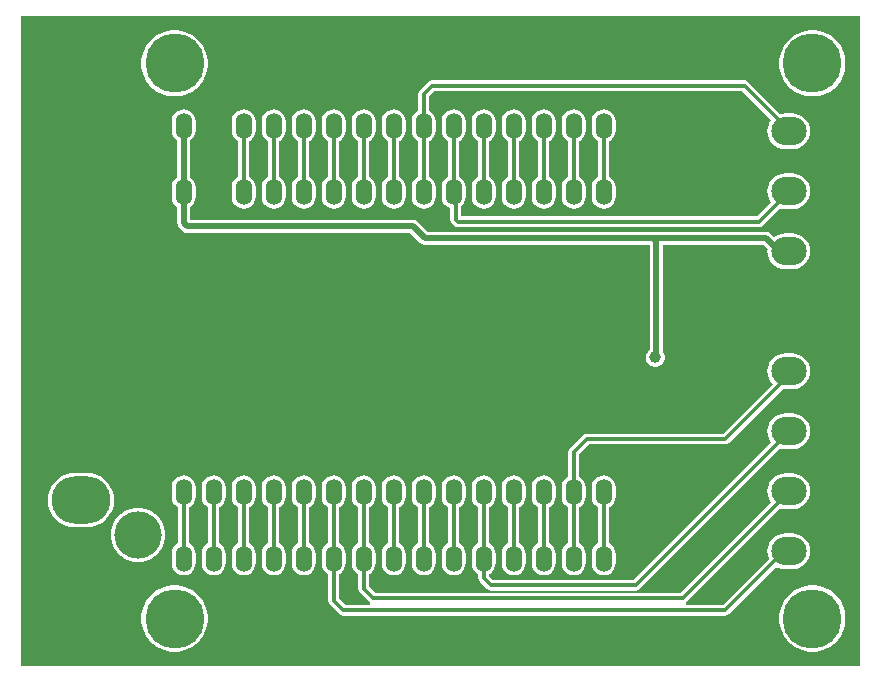
<source format=gbr>
%TF.GenerationSoftware,Altium Limited,Altium Designer,23.4.1 (23)*%
G04 Layer_Physical_Order=2*
G04 Layer_Color=16711680*
%FSLAX45Y45*%
%MOMM*%
%TF.SameCoordinates,EC373B95-F81A-4979-A11E-F0651E9AEA0C*%
%TF.FilePolarity,Positive*%
%TF.FileFunction,Copper,L2,Bot,Signal*%
%TF.Part,Single*%
G01*
G75*
%TA.AperFunction,Conductor*%
%ADD19C,0.50000*%
%TA.AperFunction,ViaPad*%
%ADD21C,5.00000*%
%TA.AperFunction,ComponentPad*%
%ADD23O,5.00000X4.00000*%
%ADD24C,4.00000*%
%TA.AperFunction,ViaPad*%
%ADD25C,1.00000*%
%TA.AperFunction,Conductor*%
%ADD26C,0.30000*%
%TA.AperFunction,ComponentPad*%
%ADD27O,3.00000X2.40000*%
%ADD28O,1.40000X2.20000*%
G36*
X7200000Y100000D02*
X100000D01*
X100000Y5600000D01*
X7200000D01*
Y100000D01*
D02*
G37*
%LPC*%
G36*
X6822036Y5480000D02*
X6777963D01*
X6734433Y5473105D01*
X6692517Y5459486D01*
X6653248Y5439478D01*
X6617592Y5413572D01*
X6586428Y5382408D01*
X6560522Y5346752D01*
X6540514Y5307483D01*
X6526894Y5265567D01*
X6520000Y5222037D01*
Y5177963D01*
X6526894Y5134433D01*
X6540514Y5092517D01*
X6560522Y5053248D01*
X6586428Y5017592D01*
X6617592Y4986428D01*
X6653248Y4960522D01*
X6692517Y4940514D01*
X6734433Y4926895D01*
X6777963Y4920000D01*
X6822036D01*
X6865567Y4926895D01*
X6907483Y4940514D01*
X6946752Y4960522D01*
X6982408Y4986428D01*
X7013572Y5017592D01*
X7039477Y5053248D01*
X7059486Y5092517D01*
X7073105Y5134433D01*
X7080000Y5177963D01*
Y5222037D01*
X7073105Y5265567D01*
X7059486Y5307483D01*
X7039477Y5346752D01*
X7013572Y5382408D01*
X6982408Y5413572D01*
X6946752Y5439478D01*
X6907483Y5459486D01*
X6865567Y5473105D01*
X6822036Y5480000D01*
D02*
G37*
G36*
X1422037D02*
X1377963D01*
X1334433Y5473105D01*
X1292517Y5459486D01*
X1253248Y5439478D01*
X1217592Y5413572D01*
X1186428Y5382408D01*
X1160522Y5346752D01*
X1140514Y5307483D01*
X1126895Y5265567D01*
X1120000Y5222037D01*
Y5177963D01*
X1126895Y5134433D01*
X1140514Y5092517D01*
X1160522Y5053248D01*
X1186428Y5017592D01*
X1217592Y4986428D01*
X1253248Y4960522D01*
X1292517Y4940514D01*
X1334433Y4926895D01*
X1377963Y4920000D01*
X1422037D01*
X1465567Y4926895D01*
X1507483Y4940514D01*
X1546752Y4960522D01*
X1582408Y4986428D01*
X1613572Y5017592D01*
X1639478Y5053248D01*
X1659486Y5092517D01*
X1673105Y5134433D01*
X1680000Y5177963D01*
Y5222037D01*
X1673105Y5265567D01*
X1659486Y5307483D01*
X1639478Y5346752D01*
X1613572Y5382408D01*
X1582408Y5413572D01*
X1546752Y5439478D01*
X1507483Y5459486D01*
X1465567Y5473105D01*
X1422037Y5480000D01*
D02*
G37*
G36*
X6225999Y5055882D02*
X3580000D01*
X3562442Y5052389D01*
X3547557Y5042443D01*
X3477557Y4972443D01*
X3467611Y4957558D01*
X3464118Y4940000D01*
Y4801234D01*
X3459568Y4799350D01*
X3438679Y4783321D01*
X3422650Y4762431D01*
X3412574Y4738105D01*
X3409137Y4712000D01*
Y4632000D01*
X3412574Y4605895D01*
X3422650Y4581569D01*
X3438679Y4560679D01*
X3459568Y4544650D01*
X3464118Y4542766D01*
Y4239235D01*
X3459568Y4237350D01*
X3438679Y4221321D01*
X3422650Y4200432D01*
X3412574Y4176105D01*
X3409137Y4150000D01*
Y4070000D01*
X3412574Y4043895D01*
X3422650Y4019569D01*
X3438679Y3998679D01*
X3459568Y3982650D01*
X3483895Y3972574D01*
X3510000Y3969137D01*
X3536105Y3972574D01*
X3560431Y3982650D01*
X3581320Y3998679D01*
X3597349Y4019569D01*
X3607426Y4043895D01*
X3610862Y4070000D01*
Y4150000D01*
X3607426Y4176105D01*
X3597349Y4200432D01*
X3581320Y4221321D01*
X3560431Y4237350D01*
X3555881Y4239235D01*
Y4542766D01*
X3560431Y4544650D01*
X3581320Y4560679D01*
X3597349Y4581569D01*
X3607426Y4605895D01*
X3610862Y4632000D01*
Y4712000D01*
X3607426Y4738105D01*
X3597349Y4762431D01*
X3581320Y4783321D01*
X3560431Y4799350D01*
X3555881Y4801234D01*
Y4920995D01*
X3599005Y4964119D01*
X6206995D01*
X6452203Y4718910D01*
X6444676Y4709739D01*
X6430748Y4683680D01*
X6422171Y4655405D01*
X6419274Y4626000D01*
X6422171Y4596595D01*
X6430748Y4568320D01*
X6444676Y4542261D01*
X6463421Y4519421D01*
X6486261Y4500676D01*
X6512320Y4486748D01*
X6540595Y4478171D01*
X6570000Y4475275D01*
X6630000D01*
X6659405Y4478171D01*
X6687680Y4486748D01*
X6713739Y4500676D01*
X6736579Y4519421D01*
X6755324Y4542261D01*
X6769252Y4568320D01*
X6777829Y4596595D01*
X6780726Y4626000D01*
X6777829Y4655405D01*
X6769252Y4683680D01*
X6755324Y4709739D01*
X6736579Y4732579D01*
X6713739Y4751324D01*
X6687680Y4765253D01*
X6659405Y4773830D01*
X6630000Y4776726D01*
X6570000D01*
X6540595Y4773830D01*
X6530207Y4770679D01*
X6258443Y5042443D01*
X6243558Y5052389D01*
X6225999Y5055882D01*
D02*
G37*
G36*
X5034000Y4812863D02*
X5007895Y4809426D01*
X4983568Y4799350D01*
X4962679Y4783321D01*
X4946650Y4762431D01*
X4936574Y4738105D01*
X4933137Y4712000D01*
Y4632000D01*
X4936574Y4605895D01*
X4946650Y4581569D01*
X4962679Y4560679D01*
X4983568Y4544650D01*
X4988118Y4542766D01*
Y4239235D01*
X4983568Y4237350D01*
X4962679Y4221321D01*
X4946650Y4200432D01*
X4936574Y4176105D01*
X4933137Y4150000D01*
Y4070000D01*
X4936574Y4043895D01*
X4946650Y4019569D01*
X4962679Y3998679D01*
X4983568Y3982650D01*
X5007895Y3972574D01*
X5034000Y3969137D01*
X5060105Y3972574D01*
X5084431Y3982650D01*
X5105320Y3998679D01*
X5121349Y4019569D01*
X5131426Y4043895D01*
X5134862Y4070000D01*
Y4150000D01*
X5131426Y4176105D01*
X5121349Y4200432D01*
X5105320Y4221321D01*
X5084431Y4237350D01*
X5079881Y4239235D01*
Y4542766D01*
X5084431Y4544650D01*
X5105320Y4560679D01*
X5121349Y4581569D01*
X5131426Y4605895D01*
X5134862Y4632000D01*
Y4712000D01*
X5131426Y4738105D01*
X5121349Y4762431D01*
X5105320Y4783321D01*
X5084431Y4799350D01*
X5060105Y4809426D01*
X5034000Y4812863D01*
D02*
G37*
G36*
X4780000D02*
X4753895Y4809426D01*
X4729568Y4799350D01*
X4708679Y4783321D01*
X4692650Y4762431D01*
X4682574Y4738105D01*
X4679137Y4712000D01*
Y4632000D01*
X4682574Y4605895D01*
X4692650Y4581569D01*
X4708679Y4560679D01*
X4729568Y4544650D01*
X4734118Y4542766D01*
Y4239235D01*
X4729568Y4237350D01*
X4708679Y4221321D01*
X4692650Y4200432D01*
X4682574Y4176105D01*
X4679137Y4150000D01*
Y4070000D01*
X4682574Y4043895D01*
X4692650Y4019569D01*
X4708679Y3998679D01*
X4729568Y3982650D01*
X4753895Y3972574D01*
X4780000Y3969137D01*
X4806105Y3972574D01*
X4830431Y3982650D01*
X4851320Y3998679D01*
X4867349Y4019569D01*
X4877426Y4043895D01*
X4880862Y4070000D01*
Y4150000D01*
X4877426Y4176105D01*
X4867349Y4200432D01*
X4851320Y4221321D01*
X4830431Y4237350D01*
X4825881Y4239235D01*
Y4542766D01*
X4830431Y4544650D01*
X4851320Y4560679D01*
X4867349Y4581569D01*
X4877426Y4605895D01*
X4880862Y4632000D01*
Y4712000D01*
X4877426Y4738105D01*
X4867349Y4762431D01*
X4851320Y4783321D01*
X4830431Y4799350D01*
X4806105Y4809426D01*
X4780000Y4812863D01*
D02*
G37*
G36*
X4526000D02*
X4499895Y4809426D01*
X4475568Y4799350D01*
X4454679Y4783321D01*
X4438650Y4762431D01*
X4428574Y4738105D01*
X4425137Y4712000D01*
Y4632000D01*
X4428574Y4605895D01*
X4438650Y4581569D01*
X4454679Y4560679D01*
X4475568Y4544650D01*
X4480118Y4542766D01*
Y4239235D01*
X4475568Y4237350D01*
X4454679Y4221321D01*
X4438650Y4200432D01*
X4428574Y4176105D01*
X4425137Y4150000D01*
Y4070000D01*
X4428574Y4043895D01*
X4438650Y4019569D01*
X4454679Y3998679D01*
X4475568Y3982650D01*
X4499895Y3972574D01*
X4526000Y3969137D01*
X4552105Y3972574D01*
X4576431Y3982650D01*
X4597320Y3998679D01*
X4613349Y4019569D01*
X4623426Y4043895D01*
X4626862Y4070000D01*
Y4150000D01*
X4623426Y4176105D01*
X4613349Y4200432D01*
X4597320Y4221321D01*
X4576431Y4237350D01*
X4571881Y4239235D01*
Y4542766D01*
X4576431Y4544650D01*
X4597320Y4560679D01*
X4613349Y4581569D01*
X4623426Y4605895D01*
X4626862Y4632000D01*
Y4712000D01*
X4623426Y4738105D01*
X4613349Y4762431D01*
X4597320Y4783321D01*
X4576431Y4799350D01*
X4552105Y4809426D01*
X4526000Y4812863D01*
D02*
G37*
G36*
X4272000D02*
X4245895Y4809426D01*
X4221568Y4799350D01*
X4200679Y4783321D01*
X4184650Y4762431D01*
X4174574Y4738105D01*
X4171137Y4712000D01*
Y4632000D01*
X4174574Y4605895D01*
X4184650Y4581569D01*
X4200679Y4560679D01*
X4221568Y4544650D01*
X4226118Y4542766D01*
Y4239235D01*
X4221568Y4237350D01*
X4200679Y4221321D01*
X4184650Y4200432D01*
X4174574Y4176105D01*
X4171137Y4150000D01*
Y4070000D01*
X4174574Y4043895D01*
X4184650Y4019569D01*
X4200679Y3998679D01*
X4221568Y3982650D01*
X4245895Y3972574D01*
X4272000Y3969137D01*
X4298105Y3972574D01*
X4322431Y3982650D01*
X4343320Y3998679D01*
X4359349Y4019569D01*
X4369426Y4043895D01*
X4372862Y4070000D01*
Y4150000D01*
X4369426Y4176105D01*
X4359349Y4200432D01*
X4343320Y4221321D01*
X4322431Y4237350D01*
X4317881Y4239235D01*
Y4542766D01*
X4322431Y4544650D01*
X4343320Y4560679D01*
X4359349Y4581569D01*
X4369426Y4605895D01*
X4372862Y4632000D01*
Y4712000D01*
X4369426Y4738105D01*
X4359349Y4762431D01*
X4343320Y4783321D01*
X4322431Y4799350D01*
X4298105Y4809426D01*
X4272000Y4812863D01*
D02*
G37*
G36*
X4018000D02*
X3991895Y4809426D01*
X3967568Y4799350D01*
X3946679Y4783321D01*
X3930650Y4762431D01*
X3920574Y4738105D01*
X3917137Y4712000D01*
Y4632000D01*
X3920574Y4605895D01*
X3930650Y4581569D01*
X3946679Y4560679D01*
X3967568Y4544650D01*
X3972118Y4542766D01*
Y4239235D01*
X3967568Y4237350D01*
X3946679Y4221321D01*
X3930650Y4200432D01*
X3920574Y4176105D01*
X3917137Y4150000D01*
Y4070000D01*
X3920574Y4043895D01*
X3930650Y4019569D01*
X3946679Y3998679D01*
X3967568Y3982650D01*
X3991895Y3972574D01*
X4018000Y3969137D01*
X4044105Y3972574D01*
X4068431Y3982650D01*
X4089320Y3998679D01*
X4105349Y4019569D01*
X4115426Y4043895D01*
X4118862Y4070000D01*
Y4150000D01*
X4115426Y4176105D01*
X4105349Y4200432D01*
X4089320Y4221321D01*
X4068431Y4237350D01*
X4063881Y4239235D01*
Y4542766D01*
X4068431Y4544650D01*
X4089320Y4560679D01*
X4105349Y4581569D01*
X4115426Y4605895D01*
X4118862Y4632000D01*
Y4712000D01*
X4115426Y4738105D01*
X4105349Y4762431D01*
X4089320Y4783321D01*
X4068431Y4799350D01*
X4044105Y4809426D01*
X4018000Y4812863D01*
D02*
G37*
G36*
X3256000D02*
X3229895Y4809426D01*
X3205568Y4799350D01*
X3184679Y4783321D01*
X3168650Y4762431D01*
X3158574Y4738105D01*
X3155137Y4712000D01*
Y4632000D01*
X3158574Y4605895D01*
X3168650Y4581569D01*
X3184679Y4560679D01*
X3205568Y4544650D01*
X3210118Y4542766D01*
Y4239235D01*
X3205568Y4237350D01*
X3184679Y4221321D01*
X3168650Y4200432D01*
X3158574Y4176105D01*
X3155137Y4150000D01*
Y4070000D01*
X3158574Y4043895D01*
X3168650Y4019569D01*
X3184679Y3998679D01*
X3205568Y3982650D01*
X3229895Y3972574D01*
X3256000Y3969137D01*
X3282105Y3972574D01*
X3306431Y3982650D01*
X3327320Y3998679D01*
X3343349Y4019569D01*
X3353426Y4043895D01*
X3356862Y4070000D01*
Y4150000D01*
X3353426Y4176105D01*
X3343349Y4200432D01*
X3327320Y4221321D01*
X3306431Y4237350D01*
X3301881Y4239235D01*
Y4542766D01*
X3306431Y4544650D01*
X3327320Y4560679D01*
X3343349Y4581569D01*
X3353426Y4605895D01*
X3356862Y4632000D01*
Y4712000D01*
X3353426Y4738105D01*
X3343349Y4762431D01*
X3327320Y4783321D01*
X3306431Y4799350D01*
X3282105Y4809426D01*
X3256000Y4812863D01*
D02*
G37*
G36*
X3002000D02*
X2975895Y4809426D01*
X2951568Y4799350D01*
X2930679Y4783321D01*
X2914650Y4762431D01*
X2904574Y4738105D01*
X2901137Y4712000D01*
Y4632000D01*
X2904574Y4605895D01*
X2914650Y4581569D01*
X2930679Y4560679D01*
X2951568Y4544650D01*
X2956118Y4542766D01*
Y4239235D01*
X2951568Y4237350D01*
X2930679Y4221321D01*
X2914650Y4200432D01*
X2904574Y4176105D01*
X2901137Y4150000D01*
Y4070000D01*
X2904574Y4043895D01*
X2914650Y4019569D01*
X2930679Y3998679D01*
X2951568Y3982650D01*
X2975895Y3972574D01*
X3002000Y3969137D01*
X3028105Y3972574D01*
X3052431Y3982650D01*
X3073320Y3998679D01*
X3089349Y4019569D01*
X3099426Y4043895D01*
X3102862Y4070000D01*
Y4150000D01*
X3099426Y4176105D01*
X3089349Y4200432D01*
X3073320Y4221321D01*
X3052431Y4237350D01*
X3047881Y4239235D01*
Y4542766D01*
X3052431Y4544650D01*
X3073320Y4560679D01*
X3089349Y4581569D01*
X3099426Y4605895D01*
X3102862Y4632000D01*
Y4712000D01*
X3099426Y4738105D01*
X3089349Y4762431D01*
X3073320Y4783321D01*
X3052431Y4799350D01*
X3028105Y4809426D01*
X3002000Y4812863D01*
D02*
G37*
G36*
X2748000D02*
X2721895Y4809426D01*
X2697568Y4799350D01*
X2676679Y4783321D01*
X2660650Y4762431D01*
X2650574Y4738105D01*
X2647137Y4712000D01*
Y4632000D01*
X2650574Y4605895D01*
X2660650Y4581569D01*
X2676679Y4560679D01*
X2697568Y4544650D01*
X2702118Y4542766D01*
Y4239235D01*
X2697568Y4237350D01*
X2676679Y4221321D01*
X2660650Y4200432D01*
X2650574Y4176105D01*
X2647137Y4150000D01*
Y4070000D01*
X2650574Y4043895D01*
X2660650Y4019569D01*
X2676679Y3998679D01*
X2697568Y3982650D01*
X2721895Y3972574D01*
X2748000Y3969137D01*
X2774105Y3972574D01*
X2798431Y3982650D01*
X2819320Y3998679D01*
X2835349Y4019569D01*
X2845426Y4043895D01*
X2848862Y4070000D01*
Y4150000D01*
X2845426Y4176105D01*
X2835349Y4200432D01*
X2819320Y4221321D01*
X2798431Y4237350D01*
X2793881Y4239235D01*
Y4542766D01*
X2798431Y4544650D01*
X2819320Y4560679D01*
X2835349Y4581569D01*
X2845426Y4605895D01*
X2848862Y4632000D01*
Y4712000D01*
X2845426Y4738105D01*
X2835349Y4762431D01*
X2819320Y4783321D01*
X2798431Y4799350D01*
X2774105Y4809426D01*
X2748000Y4812863D01*
D02*
G37*
G36*
X2494000D02*
X2467895Y4809426D01*
X2443568Y4799350D01*
X2422679Y4783321D01*
X2406650Y4762431D01*
X2396574Y4738105D01*
X2393137Y4712000D01*
Y4632000D01*
X2396574Y4605895D01*
X2406650Y4581569D01*
X2422679Y4560679D01*
X2443568Y4544650D01*
X2448118Y4542766D01*
Y4239235D01*
X2443568Y4237350D01*
X2422679Y4221321D01*
X2406650Y4200432D01*
X2396574Y4176105D01*
X2393137Y4150000D01*
Y4070000D01*
X2396574Y4043895D01*
X2406650Y4019569D01*
X2422679Y3998679D01*
X2443568Y3982650D01*
X2467895Y3972574D01*
X2494000Y3969137D01*
X2520105Y3972574D01*
X2544431Y3982650D01*
X2565320Y3998679D01*
X2581349Y4019569D01*
X2591426Y4043895D01*
X2594862Y4070000D01*
Y4150000D01*
X2591426Y4176105D01*
X2581349Y4200432D01*
X2565320Y4221321D01*
X2544431Y4237350D01*
X2539881Y4239235D01*
Y4542766D01*
X2544431Y4544650D01*
X2565320Y4560679D01*
X2581349Y4581569D01*
X2591426Y4605895D01*
X2594862Y4632000D01*
Y4712000D01*
X2591426Y4738105D01*
X2581349Y4762431D01*
X2565320Y4783321D01*
X2544431Y4799350D01*
X2520105Y4809426D01*
X2494000Y4812863D01*
D02*
G37*
G36*
X2240000D02*
X2213895Y4809426D01*
X2189568Y4799350D01*
X2168679Y4783321D01*
X2152650Y4762431D01*
X2142574Y4738105D01*
X2139137Y4712000D01*
Y4632000D01*
X2142574Y4605895D01*
X2152650Y4581569D01*
X2168679Y4560679D01*
X2189568Y4544650D01*
X2194118Y4542766D01*
Y4239235D01*
X2189568Y4237350D01*
X2168679Y4221321D01*
X2152650Y4200432D01*
X2142574Y4176105D01*
X2139137Y4150000D01*
Y4070000D01*
X2142574Y4043895D01*
X2152650Y4019569D01*
X2168679Y3998679D01*
X2189568Y3982650D01*
X2213895Y3972574D01*
X2240000Y3969137D01*
X2266105Y3972574D01*
X2290431Y3982650D01*
X2311320Y3998679D01*
X2327349Y4019569D01*
X2337426Y4043895D01*
X2340862Y4070000D01*
Y4150000D01*
X2337426Y4176105D01*
X2327349Y4200432D01*
X2311320Y4221321D01*
X2290431Y4237350D01*
X2285881Y4239235D01*
Y4542766D01*
X2290431Y4544650D01*
X2311320Y4560679D01*
X2327349Y4581569D01*
X2337426Y4605895D01*
X2340862Y4632000D01*
Y4712000D01*
X2337426Y4738105D01*
X2327349Y4762431D01*
X2311320Y4783321D01*
X2290431Y4799350D01*
X2266105Y4809426D01*
X2240000Y4812863D01*
D02*
G37*
G36*
X1986000D02*
X1959895Y4809426D01*
X1935568Y4799350D01*
X1914679Y4783321D01*
X1898650Y4762431D01*
X1888574Y4738105D01*
X1885137Y4712000D01*
Y4632000D01*
X1888574Y4605895D01*
X1898650Y4581569D01*
X1914679Y4560679D01*
X1935568Y4544650D01*
X1940118Y4542766D01*
Y4239235D01*
X1935568Y4237350D01*
X1914679Y4221321D01*
X1898650Y4200432D01*
X1888574Y4176105D01*
X1885137Y4150000D01*
Y4070000D01*
X1888574Y4043895D01*
X1898650Y4019569D01*
X1914679Y3998679D01*
X1935568Y3982650D01*
X1959895Y3972574D01*
X1986000Y3969137D01*
X2012105Y3972574D01*
X2036431Y3982650D01*
X2057320Y3998679D01*
X2073349Y4019569D01*
X2083426Y4043895D01*
X2086862Y4070000D01*
Y4150000D01*
X2083426Y4176105D01*
X2073349Y4200432D01*
X2057320Y4221321D01*
X2036431Y4237350D01*
X2031881Y4239235D01*
Y4542766D01*
X2036431Y4544650D01*
X2057320Y4560679D01*
X2073349Y4581569D01*
X2083426Y4605895D01*
X2086862Y4632000D01*
Y4712000D01*
X2083426Y4738105D01*
X2073349Y4762431D01*
X2057320Y4783321D01*
X2036431Y4799350D01*
X2012105Y4809426D01*
X1986000Y4812863D01*
D02*
G37*
G36*
X3764000D02*
X3737895Y4809426D01*
X3713568Y4799350D01*
X3692679Y4783321D01*
X3676650Y4762431D01*
X3666574Y4738105D01*
X3663137Y4712000D01*
Y4632000D01*
X3666574Y4605895D01*
X3676650Y4581569D01*
X3692679Y4560679D01*
X3713568Y4544650D01*
X3718118Y4542766D01*
Y4239235D01*
X3713568Y4237350D01*
X3692679Y4221321D01*
X3676650Y4200432D01*
X3666574Y4176105D01*
X3663137Y4150000D01*
Y4070000D01*
X3666574Y4043895D01*
X3676650Y4019569D01*
X3692679Y3998679D01*
X3713568Y3982650D01*
X3734118Y3974138D01*
Y3877574D01*
X3737611Y3860015D01*
X3747557Y3845130D01*
X3765130Y3827557D01*
X3780016Y3817611D01*
X3797574Y3814118D01*
X6352000D01*
X6369558Y3817611D01*
X6384443Y3827557D01*
X6530207Y3973321D01*
X6540595Y3970170D01*
X6570000Y3967274D01*
X6630000D01*
X6659405Y3970170D01*
X6687680Y3978747D01*
X6713739Y3992676D01*
X6736579Y4011421D01*
X6755324Y4034261D01*
X6769252Y4060320D01*
X6777829Y4088595D01*
X6780726Y4118000D01*
X6777829Y4147405D01*
X6769252Y4175680D01*
X6755324Y4201739D01*
X6736579Y4224579D01*
X6713739Y4243324D01*
X6687680Y4257252D01*
X6659405Y4265829D01*
X6630000Y4268726D01*
X6570000D01*
X6540595Y4265829D01*
X6512320Y4257252D01*
X6486261Y4243324D01*
X6463421Y4224579D01*
X6444676Y4201739D01*
X6430748Y4175680D01*
X6422171Y4147405D01*
X6419274Y4118000D01*
X6422171Y4088595D01*
X6430748Y4060320D01*
X6444676Y4034261D01*
X6452203Y4025090D01*
X6332995Y3905881D01*
X3825881D01*
Y3991436D01*
X3835320Y3998679D01*
X3851349Y4019569D01*
X3861426Y4043895D01*
X3864862Y4070000D01*
Y4150000D01*
X3861426Y4176105D01*
X3851349Y4200432D01*
X3835320Y4221321D01*
X3814431Y4237350D01*
X3809881Y4239235D01*
Y4542766D01*
X3814431Y4544650D01*
X3835320Y4560679D01*
X3851349Y4581569D01*
X3861426Y4605895D01*
X3864862Y4632000D01*
Y4712000D01*
X3861426Y4738105D01*
X3851349Y4762431D01*
X3835320Y4783321D01*
X3814431Y4799350D01*
X3790105Y4809426D01*
X3764000Y4812863D01*
D02*
G37*
G36*
X1478000D02*
X1451895Y4809426D01*
X1427568Y4799350D01*
X1406679Y4783321D01*
X1390650Y4762431D01*
X1380574Y4738105D01*
X1377137Y4712000D01*
Y4632000D01*
X1380574Y4605895D01*
X1390650Y4581569D01*
X1406679Y4560679D01*
X1421922Y4548983D01*
Y4233018D01*
X1406679Y4221321D01*
X1390650Y4200432D01*
X1380574Y4176105D01*
X1377137Y4150000D01*
Y4070000D01*
X1380574Y4043895D01*
X1390650Y4019569D01*
X1406679Y3998679D01*
X1421922Y3986983D01*
Y3849289D01*
X1426191Y3827830D01*
X1438347Y3809637D01*
X1467637Y3780347D01*
X1485829Y3768191D01*
X1507289Y3763923D01*
X3396772D01*
X3480348Y3680347D01*
X3498540Y3668191D01*
X3520000Y3663923D01*
X5423490D01*
Y2775523D01*
X5420879Y2774016D01*
X5405984Y2759121D01*
X5395452Y2740879D01*
X5390000Y2720532D01*
Y2699468D01*
X5395452Y2679121D01*
X5405984Y2660879D01*
X5420879Y2645984D01*
X5439121Y2635452D01*
X5459468Y2630000D01*
X5480532D01*
X5500879Y2635452D01*
X5519121Y2645984D01*
X5534016Y2660879D01*
X5544548Y2679121D01*
X5550000Y2699468D01*
Y2720532D01*
X5544548Y2740879D01*
X5535644Y2756301D01*
Y3663923D01*
X6385359D01*
X6421068Y3628213D01*
X6419274Y3610000D01*
X6422171Y3580595D01*
X6430748Y3552320D01*
X6444676Y3526261D01*
X6463421Y3503421D01*
X6486261Y3484676D01*
X6512320Y3470748D01*
X6540595Y3462171D01*
X6570000Y3459275D01*
X6630000D01*
X6659405Y3462171D01*
X6687680Y3470748D01*
X6713739Y3484676D01*
X6736579Y3503421D01*
X6755324Y3526261D01*
X6769252Y3552320D01*
X6777829Y3580595D01*
X6780726Y3610000D01*
X6777829Y3639405D01*
X6769252Y3667680D01*
X6755324Y3693739D01*
X6736579Y3716579D01*
X6713739Y3735324D01*
X6687680Y3749253D01*
X6659405Y3757830D01*
X6630000Y3760726D01*
X6570000D01*
X6540595Y3757830D01*
X6512320Y3749253D01*
X6486261Y3735324D01*
X6478740Y3729152D01*
X6448239Y3759653D01*
X6430047Y3771809D01*
X6408587Y3776077D01*
X3543228D01*
X3459653Y3859653D01*
X3441460Y3871809D01*
X3420000Y3876077D01*
X1534077D01*
Y3986983D01*
X1549320Y3998679D01*
X1565349Y4019569D01*
X1575426Y4043895D01*
X1578862Y4070000D01*
Y4150000D01*
X1575426Y4176105D01*
X1565349Y4200432D01*
X1549320Y4221321D01*
X1534077Y4233018D01*
Y4548983D01*
X1549320Y4560679D01*
X1565349Y4581569D01*
X1575426Y4605895D01*
X1578862Y4632000D01*
Y4712000D01*
X1575426Y4738105D01*
X1565349Y4762431D01*
X1549320Y4783321D01*
X1528431Y4799350D01*
X1504105Y4809426D01*
X1478000Y4812863D01*
D02*
G37*
G36*
X6630000Y2744726D02*
X6570000D01*
X6540595Y2741830D01*
X6512320Y2733253D01*
X6486261Y2719324D01*
X6463421Y2700579D01*
X6444676Y2677739D01*
X6430748Y2651680D01*
X6422171Y2623405D01*
X6419274Y2594000D01*
X6422171Y2564595D01*
X6430748Y2536320D01*
X6444676Y2510261D01*
X6463021Y2487908D01*
X6040995Y2065882D01*
X4890000D01*
X4872442Y2062389D01*
X4857557Y2052443D01*
X4747557Y1942443D01*
X4737611Y1927558D01*
X4734118Y1910000D01*
Y1699235D01*
X4729568Y1697350D01*
X4708679Y1681321D01*
X4692650Y1660432D01*
X4682574Y1636105D01*
X4679137Y1610000D01*
Y1530000D01*
X4682574Y1503895D01*
X4692650Y1479569D01*
X4708679Y1458679D01*
X4729568Y1442650D01*
X4734118Y1440766D01*
Y1137235D01*
X4729568Y1135350D01*
X4708679Y1119321D01*
X4692650Y1098432D01*
X4682574Y1074106D01*
X4679137Y1048000D01*
Y968000D01*
X4682574Y941895D01*
X4692650Y917569D01*
X4708679Y896679D01*
X4729568Y880651D01*
X4753895Y870574D01*
X4780000Y867137D01*
X4806105Y870574D01*
X4830431Y880651D01*
X4851320Y896679D01*
X4867349Y917569D01*
X4877426Y941895D01*
X4880862Y968000D01*
Y1048000D01*
X4877426Y1074106D01*
X4867349Y1098432D01*
X4851320Y1119321D01*
X4830431Y1135350D01*
X4825881Y1137235D01*
Y1440766D01*
X4830431Y1442650D01*
X4851320Y1458679D01*
X4867349Y1479569D01*
X4877426Y1503895D01*
X4880862Y1530000D01*
Y1610000D01*
X4877426Y1636105D01*
X4867349Y1660432D01*
X4851320Y1681321D01*
X4830431Y1697350D01*
X4825881Y1699235D01*
Y1890995D01*
X4909005Y1974118D01*
X6060000D01*
X6077558Y1977611D01*
X6092443Y1987557D01*
X6550119Y2445233D01*
X6570000Y2443275D01*
X6630000D01*
X6659405Y2446171D01*
X6687680Y2454748D01*
X6713739Y2468676D01*
X6736579Y2487421D01*
X6755324Y2510261D01*
X6769252Y2536320D01*
X6777829Y2564595D01*
X6780726Y2594000D01*
X6777829Y2623405D01*
X6769252Y2651680D01*
X6755324Y2677739D01*
X6736579Y2700579D01*
X6713739Y2719324D01*
X6687680Y2733253D01*
X6659405Y2741830D01*
X6630000Y2744726D01*
D02*
G37*
G36*
Y2236726D02*
X6570000D01*
X6540595Y2233830D01*
X6512320Y2225253D01*
X6486261Y2211324D01*
X6463421Y2192579D01*
X6444676Y2169739D01*
X6430748Y2143680D01*
X6422171Y2115405D01*
X6419274Y2086000D01*
X6422171Y2056595D01*
X6430748Y2028320D01*
X6444676Y2002261D01*
X6452203Y1993090D01*
X5284995Y825882D01*
X4097855D01*
X4063881Y859855D01*
Y878766D01*
X4068431Y880651D01*
X4089320Y896679D01*
X4105349Y917569D01*
X4115426Y941895D01*
X4118862Y968000D01*
Y1048000D01*
X4115426Y1074106D01*
X4105349Y1098432D01*
X4089320Y1119321D01*
X4068431Y1135350D01*
X4063881Y1137235D01*
Y1440766D01*
X4068431Y1442650D01*
X4089320Y1458679D01*
X4105349Y1479569D01*
X4115426Y1503895D01*
X4118862Y1530000D01*
Y1610000D01*
X4115426Y1636105D01*
X4105349Y1660432D01*
X4089320Y1681321D01*
X4068431Y1697350D01*
X4044105Y1707426D01*
X4018000Y1710863D01*
X3991895Y1707426D01*
X3967568Y1697350D01*
X3946679Y1681321D01*
X3930650Y1660432D01*
X3920574Y1636105D01*
X3917137Y1610000D01*
Y1530000D01*
X3920574Y1503895D01*
X3930650Y1479569D01*
X3946679Y1458679D01*
X3967568Y1442650D01*
X3972118Y1440766D01*
Y1137235D01*
X3967568Y1135350D01*
X3946679Y1119321D01*
X3930650Y1098432D01*
X3920574Y1074106D01*
X3917137Y1048000D01*
Y968000D01*
X3920574Y941895D01*
X3930650Y917569D01*
X3946679Y896679D01*
X3967568Y880651D01*
X3972118Y878766D01*
Y840850D01*
X3975611Y823292D01*
X3985557Y808407D01*
X4046407Y747557D01*
X4061292Y737611D01*
X4078850Y734118D01*
X5304000D01*
X5321558Y737611D01*
X5336443Y747557D01*
X6530208Y1941321D01*
X6540595Y1938171D01*
X6570000Y1935275D01*
X6630000D01*
X6659405Y1938171D01*
X6687680Y1946748D01*
X6713739Y1960676D01*
X6736579Y1979421D01*
X6755324Y2002261D01*
X6769252Y2028320D01*
X6777829Y2056595D01*
X6780726Y2086000D01*
X6777829Y2115405D01*
X6769252Y2143680D01*
X6755324Y2169739D01*
X6736579Y2192579D01*
X6713739Y2211324D01*
X6687680Y2225253D01*
X6659405Y2233830D01*
X6630000Y2236726D01*
D02*
G37*
G36*
X656900Y1732862D02*
X556900D01*
X511812Y1728421D01*
X468457Y1715270D01*
X428501Y1693913D01*
X393479Y1665171D01*
X364737Y1630149D01*
X343380Y1590192D01*
X330228Y1546837D01*
X325788Y1501749D01*
X330228Y1456662D01*
X343380Y1413306D01*
X364737Y1373350D01*
X393479Y1338328D01*
X428501Y1309586D01*
X468457Y1288229D01*
X511812Y1275077D01*
X556900Y1270637D01*
X656900D01*
X701988Y1275077D01*
X745343Y1288229D01*
X785300Y1309586D01*
X820322Y1338328D01*
X849064Y1373350D01*
X870421Y1413306D01*
X883572Y1456662D01*
X888013Y1501749D01*
X883572Y1546837D01*
X870421Y1590192D01*
X849064Y1630149D01*
X820322Y1665171D01*
X785300Y1693913D01*
X745343Y1715270D01*
X701988Y1728421D01*
X656900Y1732862D01*
D02*
G37*
G36*
X1112153Y1439649D02*
X1066847D01*
X1022412Y1430810D01*
X980555Y1413472D01*
X942884Y1388302D01*
X910848Y1356266D01*
X885677Y1318595D01*
X868339Y1276738D01*
X859500Y1232302D01*
Y1186996D01*
X868339Y1142561D01*
X885677Y1100704D01*
X910848Y1063033D01*
X942884Y1030997D01*
X980555Y1005826D01*
X1022412Y988488D01*
X1066847Y979650D01*
X1112153D01*
X1156589Y988488D01*
X1198446Y1005826D01*
X1236116Y1030997D01*
X1268153Y1063033D01*
X1293323Y1100704D01*
X1310661Y1142561D01*
X1319500Y1186996D01*
Y1232302D01*
X1310661Y1276738D01*
X1293323Y1318595D01*
X1268153Y1356266D01*
X1236116Y1388302D01*
X1198446Y1413472D01*
X1156589Y1430810D01*
X1112153Y1439649D01*
D02*
G37*
G36*
X5034000Y1710863D02*
X5007895Y1707426D01*
X4983568Y1697350D01*
X4962679Y1681321D01*
X4946650Y1660432D01*
X4936574Y1636105D01*
X4933137Y1610000D01*
Y1530000D01*
X4936574Y1503895D01*
X4946650Y1479569D01*
X4962679Y1458679D01*
X4983568Y1442650D01*
X4988118Y1440766D01*
Y1137235D01*
X4983568Y1135350D01*
X4962679Y1119321D01*
X4946650Y1098432D01*
X4936574Y1074106D01*
X4933137Y1048000D01*
Y968000D01*
X4936574Y941895D01*
X4946650Y917569D01*
X4962679Y896679D01*
X4983568Y880651D01*
X5007895Y870574D01*
X5034000Y867137D01*
X5060105Y870574D01*
X5084431Y880651D01*
X5105320Y896679D01*
X5121349Y917569D01*
X5131426Y941895D01*
X5134862Y968000D01*
Y1048000D01*
X5131426Y1074106D01*
X5121349Y1098432D01*
X5105320Y1119321D01*
X5084431Y1135350D01*
X5079881Y1137235D01*
Y1440766D01*
X5084431Y1442650D01*
X5105320Y1458679D01*
X5121349Y1479569D01*
X5131426Y1503895D01*
X5134862Y1530000D01*
Y1610000D01*
X5131426Y1636105D01*
X5121349Y1660432D01*
X5105320Y1681321D01*
X5084431Y1697350D01*
X5060105Y1707426D01*
X5034000Y1710863D01*
D02*
G37*
G36*
X4526000D02*
X4499895Y1707426D01*
X4475568Y1697350D01*
X4454679Y1681321D01*
X4438650Y1660432D01*
X4428574Y1636105D01*
X4425137Y1610000D01*
Y1530000D01*
X4428574Y1503895D01*
X4438650Y1479569D01*
X4454679Y1458679D01*
X4475568Y1442650D01*
X4480118Y1440766D01*
Y1137235D01*
X4475568Y1135350D01*
X4454679Y1119321D01*
X4438650Y1098432D01*
X4428574Y1074106D01*
X4425137Y1048000D01*
Y968000D01*
X4428574Y941895D01*
X4438650Y917569D01*
X4454679Y896679D01*
X4475568Y880651D01*
X4499895Y870574D01*
X4526000Y867137D01*
X4552105Y870574D01*
X4576431Y880651D01*
X4597320Y896679D01*
X4613349Y917569D01*
X4623426Y941895D01*
X4626862Y968000D01*
Y1048000D01*
X4623426Y1074106D01*
X4613349Y1098432D01*
X4597320Y1119321D01*
X4576431Y1135350D01*
X4571881Y1137235D01*
Y1440766D01*
X4576431Y1442650D01*
X4597320Y1458679D01*
X4613349Y1479569D01*
X4623426Y1503895D01*
X4626862Y1530000D01*
Y1610000D01*
X4623426Y1636105D01*
X4613349Y1660432D01*
X4597320Y1681321D01*
X4576431Y1697350D01*
X4552105Y1707426D01*
X4526000Y1710863D01*
D02*
G37*
G36*
X4272000D02*
X4245895Y1707426D01*
X4221568Y1697350D01*
X4200679Y1681321D01*
X4184650Y1660432D01*
X4174574Y1636105D01*
X4171137Y1610000D01*
Y1530000D01*
X4174574Y1503895D01*
X4184650Y1479569D01*
X4200679Y1458679D01*
X4221568Y1442650D01*
X4226118Y1440766D01*
Y1137235D01*
X4221568Y1135350D01*
X4200679Y1119321D01*
X4184650Y1098432D01*
X4174574Y1074106D01*
X4171137Y1048000D01*
Y968000D01*
X4174574Y941895D01*
X4184650Y917569D01*
X4200679Y896679D01*
X4221568Y880651D01*
X4245895Y870574D01*
X4272000Y867137D01*
X4298105Y870574D01*
X4322431Y880651D01*
X4343320Y896679D01*
X4359349Y917569D01*
X4369426Y941895D01*
X4372862Y968000D01*
Y1048000D01*
X4369426Y1074106D01*
X4359349Y1098432D01*
X4343320Y1119321D01*
X4322431Y1135350D01*
X4317881Y1137235D01*
Y1440766D01*
X4322431Y1442650D01*
X4343320Y1458679D01*
X4359349Y1479569D01*
X4369426Y1503895D01*
X4372862Y1530000D01*
Y1610000D01*
X4369426Y1636105D01*
X4359349Y1660432D01*
X4343320Y1681321D01*
X4322431Y1697350D01*
X4298105Y1707426D01*
X4272000Y1710863D01*
D02*
G37*
G36*
X3764000D02*
X3737895Y1707426D01*
X3713568Y1697350D01*
X3692679Y1681321D01*
X3676650Y1660432D01*
X3666574Y1636105D01*
X3663137Y1610000D01*
Y1530000D01*
X3666574Y1503895D01*
X3676650Y1479569D01*
X3692679Y1458679D01*
X3713568Y1442650D01*
X3718118Y1440766D01*
Y1137235D01*
X3713568Y1135350D01*
X3692679Y1119321D01*
X3676650Y1098432D01*
X3666574Y1074106D01*
X3663137Y1048000D01*
Y968000D01*
X3666574Y941895D01*
X3676650Y917569D01*
X3692679Y896679D01*
X3713568Y880651D01*
X3737895Y870574D01*
X3764000Y867137D01*
X3790105Y870574D01*
X3814431Y880651D01*
X3835320Y896679D01*
X3851349Y917569D01*
X3861426Y941895D01*
X3864862Y968000D01*
Y1048000D01*
X3861426Y1074106D01*
X3851349Y1098432D01*
X3835320Y1119321D01*
X3814431Y1135350D01*
X3809881Y1137235D01*
Y1440766D01*
X3814431Y1442650D01*
X3835320Y1458679D01*
X3851349Y1479569D01*
X3861426Y1503895D01*
X3864862Y1530000D01*
Y1610000D01*
X3861426Y1636105D01*
X3851349Y1660432D01*
X3835320Y1681321D01*
X3814431Y1697350D01*
X3790105Y1707426D01*
X3764000Y1710863D01*
D02*
G37*
G36*
X3510000D02*
X3483895Y1707426D01*
X3459568Y1697350D01*
X3438679Y1681321D01*
X3422650Y1660432D01*
X3412574Y1636105D01*
X3409137Y1610000D01*
Y1530000D01*
X3412574Y1503895D01*
X3422650Y1479569D01*
X3438679Y1458679D01*
X3459568Y1442650D01*
X3464118Y1440766D01*
Y1137235D01*
X3459568Y1135350D01*
X3438679Y1119321D01*
X3422650Y1098432D01*
X3412574Y1074106D01*
X3409137Y1048000D01*
Y968000D01*
X3412574Y941895D01*
X3422650Y917569D01*
X3438679Y896679D01*
X3459568Y880651D01*
X3483895Y870574D01*
X3510000Y867137D01*
X3536105Y870574D01*
X3560431Y880651D01*
X3581320Y896679D01*
X3597349Y917569D01*
X3607426Y941895D01*
X3610862Y968000D01*
Y1048000D01*
X3607426Y1074106D01*
X3597349Y1098432D01*
X3581320Y1119321D01*
X3560431Y1135350D01*
X3555881Y1137235D01*
Y1440766D01*
X3560431Y1442650D01*
X3581320Y1458679D01*
X3597349Y1479569D01*
X3607426Y1503895D01*
X3610862Y1530000D01*
Y1610000D01*
X3607426Y1636105D01*
X3597349Y1660432D01*
X3581320Y1681321D01*
X3560431Y1697350D01*
X3536105Y1707426D01*
X3510000Y1710863D01*
D02*
G37*
G36*
X3256000D02*
X3229895Y1707426D01*
X3205568Y1697350D01*
X3184679Y1681321D01*
X3168650Y1660432D01*
X3158574Y1636105D01*
X3155137Y1610000D01*
Y1530000D01*
X3158574Y1503895D01*
X3168650Y1479569D01*
X3184679Y1458679D01*
X3205568Y1442650D01*
X3210118Y1440766D01*
Y1137235D01*
X3205568Y1135350D01*
X3184679Y1119321D01*
X3168650Y1098432D01*
X3158574Y1074106D01*
X3155137Y1048000D01*
Y968000D01*
X3158574Y941895D01*
X3168650Y917569D01*
X3184679Y896679D01*
X3205568Y880651D01*
X3229895Y870574D01*
X3256000Y867137D01*
X3282105Y870574D01*
X3306431Y880651D01*
X3327320Y896679D01*
X3343349Y917569D01*
X3353426Y941895D01*
X3356862Y968000D01*
Y1048000D01*
X3353426Y1074106D01*
X3343349Y1098432D01*
X3327320Y1119321D01*
X3306431Y1135350D01*
X3301881Y1137235D01*
Y1440766D01*
X3306431Y1442650D01*
X3327320Y1458679D01*
X3343349Y1479569D01*
X3353426Y1503895D01*
X3356862Y1530000D01*
Y1610000D01*
X3353426Y1636105D01*
X3343349Y1660432D01*
X3327320Y1681321D01*
X3306431Y1697350D01*
X3282105Y1707426D01*
X3256000Y1710863D01*
D02*
G37*
G36*
X2494000D02*
X2467895Y1707426D01*
X2443568Y1697350D01*
X2422679Y1681321D01*
X2406650Y1660432D01*
X2396574Y1636105D01*
X2393137Y1610000D01*
Y1530000D01*
X2396574Y1503895D01*
X2406650Y1479569D01*
X2422679Y1458679D01*
X2443568Y1442650D01*
X2448118Y1440766D01*
Y1137235D01*
X2443568Y1135350D01*
X2422679Y1119321D01*
X2406650Y1098432D01*
X2396574Y1074106D01*
X2393137Y1048000D01*
Y968000D01*
X2396574Y941895D01*
X2406650Y917569D01*
X2422679Y896679D01*
X2443568Y880651D01*
X2467895Y870574D01*
X2494000Y867137D01*
X2520105Y870574D01*
X2544431Y880651D01*
X2565320Y896679D01*
X2581349Y917569D01*
X2591426Y941895D01*
X2594862Y968000D01*
Y1048000D01*
X2591426Y1074106D01*
X2581349Y1098432D01*
X2565320Y1119321D01*
X2544431Y1135350D01*
X2539881Y1137235D01*
Y1440766D01*
X2544431Y1442650D01*
X2565320Y1458679D01*
X2581349Y1479569D01*
X2591426Y1503895D01*
X2594862Y1530000D01*
Y1610000D01*
X2591426Y1636105D01*
X2581349Y1660432D01*
X2565320Y1681321D01*
X2544431Y1697350D01*
X2520105Y1707426D01*
X2494000Y1710863D01*
D02*
G37*
G36*
X2240000D02*
X2213895Y1707426D01*
X2189568Y1697350D01*
X2168679Y1681321D01*
X2152650Y1660432D01*
X2142574Y1636105D01*
X2139137Y1610000D01*
Y1530000D01*
X2142574Y1503895D01*
X2152650Y1479569D01*
X2168679Y1458679D01*
X2189568Y1442650D01*
X2194118Y1440766D01*
Y1137235D01*
X2189568Y1135350D01*
X2168679Y1119321D01*
X2152650Y1098432D01*
X2142574Y1074106D01*
X2139137Y1048000D01*
Y968000D01*
X2142574Y941895D01*
X2152650Y917569D01*
X2168679Y896679D01*
X2189568Y880651D01*
X2213895Y870574D01*
X2240000Y867137D01*
X2266105Y870574D01*
X2290431Y880651D01*
X2311320Y896679D01*
X2327349Y917569D01*
X2337426Y941895D01*
X2340862Y968000D01*
Y1048000D01*
X2337426Y1074106D01*
X2327349Y1098432D01*
X2311320Y1119321D01*
X2290431Y1135350D01*
X2285881Y1137235D01*
Y1440766D01*
X2290431Y1442650D01*
X2311320Y1458679D01*
X2327349Y1479569D01*
X2337426Y1503895D01*
X2340862Y1530000D01*
Y1610000D01*
X2337426Y1636105D01*
X2327349Y1660432D01*
X2311320Y1681321D01*
X2290431Y1697350D01*
X2266105Y1707426D01*
X2240000Y1710863D01*
D02*
G37*
G36*
X1986000D02*
X1959895Y1707426D01*
X1935568Y1697350D01*
X1914679Y1681321D01*
X1898650Y1660432D01*
X1888574Y1636105D01*
X1885137Y1610000D01*
Y1530000D01*
X1888574Y1503895D01*
X1898650Y1479569D01*
X1914679Y1458679D01*
X1935568Y1442650D01*
X1940118Y1440766D01*
Y1137235D01*
X1935568Y1135350D01*
X1914679Y1119321D01*
X1898650Y1098432D01*
X1888574Y1074106D01*
X1885137Y1048000D01*
Y968000D01*
X1888574Y941895D01*
X1898650Y917569D01*
X1914679Y896679D01*
X1935568Y880651D01*
X1959895Y870574D01*
X1986000Y867137D01*
X2012105Y870574D01*
X2036431Y880651D01*
X2057320Y896679D01*
X2073349Y917569D01*
X2083426Y941895D01*
X2086862Y968000D01*
Y1048000D01*
X2083426Y1074106D01*
X2073349Y1098432D01*
X2057320Y1119321D01*
X2036431Y1135350D01*
X2031881Y1137235D01*
Y1440766D01*
X2036431Y1442650D01*
X2057320Y1458679D01*
X2073349Y1479569D01*
X2083426Y1503895D01*
X2086862Y1530000D01*
Y1610000D01*
X2083426Y1636105D01*
X2073349Y1660432D01*
X2057320Y1681321D01*
X2036431Y1697350D01*
X2012105Y1707426D01*
X1986000Y1710863D01*
D02*
G37*
G36*
X1732000D02*
X1705895Y1707426D01*
X1681568Y1697350D01*
X1660679Y1681321D01*
X1644650Y1660432D01*
X1634574Y1636105D01*
X1631137Y1610000D01*
Y1530000D01*
X1634574Y1503895D01*
X1644650Y1479569D01*
X1660679Y1458679D01*
X1681568Y1442650D01*
X1686118Y1440766D01*
Y1137235D01*
X1681568Y1135350D01*
X1660679Y1119321D01*
X1644650Y1098432D01*
X1634574Y1074106D01*
X1631137Y1048000D01*
Y968000D01*
X1634574Y941895D01*
X1644650Y917569D01*
X1660679Y896679D01*
X1681568Y880651D01*
X1705895Y870574D01*
X1732000Y867137D01*
X1758105Y870574D01*
X1782431Y880651D01*
X1803320Y896679D01*
X1819349Y917569D01*
X1829426Y941895D01*
X1832862Y968000D01*
Y1048000D01*
X1829426Y1074106D01*
X1819349Y1098432D01*
X1803320Y1119321D01*
X1782431Y1135350D01*
X1777881Y1137235D01*
Y1440766D01*
X1782431Y1442650D01*
X1803320Y1458679D01*
X1819349Y1479569D01*
X1829426Y1503895D01*
X1832862Y1530000D01*
Y1610000D01*
X1829426Y1636105D01*
X1819349Y1660432D01*
X1803320Y1681321D01*
X1782431Y1697350D01*
X1758105Y1707426D01*
X1732000Y1710863D01*
D02*
G37*
G36*
X1478000D02*
X1451895Y1707426D01*
X1427568Y1697350D01*
X1406679Y1681321D01*
X1390650Y1660432D01*
X1380574Y1636105D01*
X1377137Y1610000D01*
Y1530000D01*
X1380574Y1503895D01*
X1390650Y1479569D01*
X1406679Y1458679D01*
X1427568Y1442650D01*
X1432118Y1440766D01*
Y1137235D01*
X1427568Y1135350D01*
X1406679Y1119321D01*
X1390650Y1098432D01*
X1380574Y1074106D01*
X1377137Y1048000D01*
Y968000D01*
X1380574Y941895D01*
X1390650Y917569D01*
X1406679Y896679D01*
X1427568Y880651D01*
X1451895Y870574D01*
X1478000Y867137D01*
X1504105Y870574D01*
X1528431Y880651D01*
X1549320Y896679D01*
X1565349Y917569D01*
X1575426Y941895D01*
X1578862Y968000D01*
Y1048000D01*
X1575426Y1074106D01*
X1565349Y1098432D01*
X1549320Y1119321D01*
X1528431Y1135350D01*
X1523881Y1137235D01*
Y1440766D01*
X1528431Y1442650D01*
X1549320Y1458679D01*
X1565349Y1479569D01*
X1575426Y1503895D01*
X1578862Y1530000D01*
Y1610000D01*
X1575426Y1636105D01*
X1565349Y1660432D01*
X1549320Y1681321D01*
X1528431Y1697350D01*
X1504105Y1707426D01*
X1478000Y1710863D01*
D02*
G37*
G36*
X6630000Y1728726D02*
X6570000D01*
X6540595Y1725830D01*
X6512320Y1717253D01*
X6486261Y1703324D01*
X6463421Y1684580D01*
X6444676Y1661739D01*
X6430748Y1635680D01*
X6422171Y1607405D01*
X6419274Y1578000D01*
X6422171Y1548595D01*
X6430748Y1520320D01*
X6444676Y1494262D01*
X6452203Y1485090D01*
X5682995Y715881D01*
X3103323D01*
X3047881Y771323D01*
Y878766D01*
X3052431Y880651D01*
X3073320Y896679D01*
X3089349Y917569D01*
X3099426Y941895D01*
X3102862Y968000D01*
Y1048000D01*
X3099426Y1074106D01*
X3089349Y1098432D01*
X3073320Y1119321D01*
X3052431Y1135350D01*
X3047881Y1137235D01*
Y1440766D01*
X3052431Y1442650D01*
X3073320Y1458679D01*
X3089349Y1479569D01*
X3099426Y1503895D01*
X3102862Y1530000D01*
Y1610000D01*
X3099426Y1636105D01*
X3089349Y1660432D01*
X3073320Y1681321D01*
X3052431Y1697350D01*
X3028105Y1707426D01*
X3002000Y1710863D01*
X2975895Y1707426D01*
X2951568Y1697350D01*
X2930679Y1681321D01*
X2914650Y1660432D01*
X2904574Y1636105D01*
X2901137Y1610000D01*
Y1530000D01*
X2904574Y1503895D01*
X2914650Y1479569D01*
X2930679Y1458679D01*
X2951568Y1442650D01*
X2956118Y1440766D01*
Y1137235D01*
X2951568Y1135350D01*
X2930679Y1119321D01*
X2914650Y1098432D01*
X2904574Y1074106D01*
X2901137Y1048000D01*
Y968000D01*
X2904574Y941895D01*
X2914650Y917569D01*
X2930679Y896679D01*
X2951568Y880651D01*
X2956118Y878766D01*
Y752319D01*
X2959611Y734760D01*
X2969557Y719875D01*
X3051875Y637557D01*
X3055181Y635348D01*
X3057796Y618326D01*
X3055832Y615882D01*
X2849005D01*
X2793881Y671005D01*
Y878766D01*
X2798431Y880651D01*
X2819320Y896679D01*
X2835349Y917569D01*
X2845426Y941895D01*
X2848862Y968000D01*
Y1048000D01*
X2845426Y1074106D01*
X2835349Y1098432D01*
X2819320Y1119321D01*
X2798431Y1135350D01*
X2793881Y1137235D01*
Y1440766D01*
X2798431Y1442650D01*
X2819320Y1458679D01*
X2835349Y1479569D01*
X2845426Y1503895D01*
X2848862Y1530000D01*
Y1610000D01*
X2845426Y1636105D01*
X2835349Y1660432D01*
X2819320Y1681321D01*
X2798431Y1697350D01*
X2774105Y1707426D01*
X2748000Y1710863D01*
X2721895Y1707426D01*
X2697568Y1697350D01*
X2676679Y1681321D01*
X2660650Y1660432D01*
X2650574Y1636105D01*
X2647137Y1610000D01*
Y1530000D01*
X2650574Y1503895D01*
X2660650Y1479569D01*
X2676679Y1458679D01*
X2697568Y1442650D01*
X2702118Y1440766D01*
Y1137235D01*
X2697568Y1135350D01*
X2676679Y1119321D01*
X2660650Y1098432D01*
X2650574Y1074106D01*
X2647137Y1048000D01*
Y968000D01*
X2650574Y941895D01*
X2660650Y917569D01*
X2676679Y896679D01*
X2697568Y880651D01*
X2702118Y878766D01*
Y652000D01*
X2705611Y634442D01*
X2715557Y619557D01*
X2797557Y537557D01*
X2812442Y527611D01*
X2830000Y524119D01*
X6060000D01*
X6077558Y527611D01*
X6092443Y537557D01*
X6494929Y940043D01*
X6512320Y930748D01*
X6540595Y922171D01*
X6570000Y919275D01*
X6630000D01*
X6659405Y922171D01*
X6687680Y930748D01*
X6713739Y944676D01*
X6736579Y963421D01*
X6755324Y986261D01*
X6769252Y1012320D01*
X6777829Y1040595D01*
X6780726Y1070000D01*
X6777829Y1099405D01*
X6769252Y1127680D01*
X6755324Y1153739D01*
X6736579Y1176579D01*
X6713739Y1195324D01*
X6687680Y1209253D01*
X6659405Y1217830D01*
X6630000Y1220726D01*
X6570000D01*
X6540595Y1217830D01*
X6512320Y1209253D01*
X6486261Y1195324D01*
X6463421Y1176579D01*
X6444676Y1153739D01*
X6430748Y1127680D01*
X6422171Y1099405D01*
X6419274Y1070000D01*
X6422171Y1040595D01*
X6430748Y1012320D01*
X6433077Y1007963D01*
X6040995Y615882D01*
X5730486D01*
X5728522Y618326D01*
X5731137Y635348D01*
X5734443Y637557D01*
X6530208Y1433322D01*
X6540595Y1430171D01*
X6570000Y1427275D01*
X6630000D01*
X6659405Y1430171D01*
X6687680Y1438748D01*
X6713739Y1452677D01*
X6736579Y1471421D01*
X6755324Y1494262D01*
X6769252Y1520320D01*
X6777829Y1548595D01*
X6780726Y1578000D01*
X6777829Y1607405D01*
X6769252Y1635680D01*
X6755324Y1661739D01*
X6736579Y1684580D01*
X6713739Y1703324D01*
X6687680Y1717253D01*
X6659405Y1725830D01*
X6630000Y1728726D01*
D02*
G37*
G36*
X6822036Y780000D02*
X6777963D01*
X6734433Y773105D01*
X6692517Y759486D01*
X6653248Y739478D01*
X6617592Y713572D01*
X6586428Y682408D01*
X6560522Y646752D01*
X6540514Y607483D01*
X6526894Y565567D01*
X6520000Y522037D01*
Y477963D01*
X6526894Y434433D01*
X6540514Y392517D01*
X6560522Y353248D01*
X6586428Y317592D01*
X6617592Y286428D01*
X6653248Y260522D01*
X6692517Y240514D01*
X6734433Y226895D01*
X6777963Y220000D01*
X6822036D01*
X6865567Y226895D01*
X6907483Y240514D01*
X6946752Y260522D01*
X6982408Y286428D01*
X7013572Y317592D01*
X7039477Y353248D01*
X7059486Y392517D01*
X7073105Y434433D01*
X7080000Y477963D01*
Y522037D01*
X7073105Y565567D01*
X7059486Y607483D01*
X7039477Y646752D01*
X7013572Y682408D01*
X6982408Y713572D01*
X6946752Y739478D01*
X6907483Y759486D01*
X6865567Y773105D01*
X6822036Y780000D01*
D02*
G37*
G36*
X1422037D02*
X1377963D01*
X1334433Y773105D01*
X1292517Y759486D01*
X1253248Y739478D01*
X1217592Y713572D01*
X1186428Y682408D01*
X1160522Y646752D01*
X1140514Y607483D01*
X1126895Y565567D01*
X1120000Y522037D01*
Y477963D01*
X1126895Y434433D01*
X1140514Y392517D01*
X1160522Y353248D01*
X1186428Y317592D01*
X1217592Y286428D01*
X1253248Y260522D01*
X1292517Y240514D01*
X1334433Y226895D01*
X1377963Y220000D01*
X1422037D01*
X1465567Y226895D01*
X1507483Y240514D01*
X1546752Y260522D01*
X1582408Y286428D01*
X1613572Y317592D01*
X1639478Y353248D01*
X1659486Y392517D01*
X1673105Y434433D01*
X1680000Y477963D01*
Y522037D01*
X1673105Y565567D01*
X1659486Y607483D01*
X1639478Y646752D01*
X1613572Y682408D01*
X1582408Y713572D01*
X1546752Y739478D01*
X1507483Y759486D01*
X1465567Y773105D01*
X1422037Y780000D01*
D02*
G37*
%LPD*%
D19*
X6518586Y3610000D02*
X6600000D01*
X6408587Y3720000D02*
X6518586Y3610000D01*
X5450277Y3720000D02*
X6408587D01*
X5479567Y2719567D02*
Y3690710D01*
X3520000Y3720000D02*
X5450277D01*
X5479567Y3690710D01*
X5470000Y2710000D02*
X5479567Y2719567D01*
X3420000Y3820000D02*
X3520000Y3720000D01*
X1507289Y3820000D02*
X3420000D01*
X1478000Y3849289D02*
Y4110000D01*
Y3849289D02*
X1507289Y3820000D01*
X1478000Y4110000D02*
Y4672000D01*
X1471876Y4678123D02*
X1478000Y4672000D01*
D21*
X6800000Y5200000D02*
D03*
Y500000D02*
D03*
X1400000D02*
D03*
Y5200000D02*
D03*
D23*
X606900Y1501749D02*
D03*
D24*
Y904849D02*
D03*
X1089500Y1209649D02*
D03*
D25*
X2200000Y500000D02*
D03*
X5800000Y2900000D02*
D03*
X5400000Y1400000D02*
D03*
X2300000Y1900000D02*
D03*
X2000000D02*
D03*
X5470000Y2710000D02*
D03*
X1610000Y4400000D02*
D03*
D26*
X6600000Y2076000D02*
Y2086000D01*
X5304000Y780000D02*
X6600000Y2076000D01*
Y1568000D02*
Y1578000D01*
X5702000Y670000D02*
X6600000Y1568000D01*
X6560000Y1070000D02*
X6600000D01*
X6060000Y570000D02*
X6560000Y1070000D01*
X4890000Y2020000D02*
X6060000D01*
X6610000Y2570000D02*
Y2594000D01*
X6060000Y2020000D02*
X6610000Y2570000D01*
X6352000Y3860000D02*
X6610000Y4118000D01*
X3780000Y3877574D02*
Y4094000D01*
Y3877574D02*
X3797574Y3860000D01*
X6352000D01*
X5034000Y4110000D02*
Y4672000D01*
X4780000Y4110000D02*
Y4672000D01*
X4526000Y4110000D02*
Y4672000D01*
X4272000Y4110000D02*
Y4672000D01*
X4018000Y4110000D02*
Y4672000D01*
X3764000Y4110000D02*
Y4672000D01*
X3510000Y4110000D02*
Y4672000D01*
X3256000Y4110000D02*
Y4672000D01*
X3002000Y4110000D02*
Y4672000D01*
X2748000Y4110000D02*
Y4672000D01*
X2494000Y4110000D02*
Y4672000D01*
X2240000Y4110000D02*
Y4672000D01*
X1986000Y4110000D02*
Y4672000D01*
X1732000Y4110000D02*
Y4672000D01*
X5034000Y1008000D02*
Y1570000D01*
X4780000Y1008000D02*
Y1570000D01*
X4526000Y1008000D02*
Y1570000D01*
X4272000Y1008000D02*
Y1570000D01*
X3764000Y1008000D02*
Y1570000D01*
X3510000Y1008000D02*
Y1570000D01*
X3256000Y1008000D02*
Y1570000D01*
X3002000Y1008000D02*
Y1570000D01*
X2748000Y1008000D02*
Y1570000D01*
X2494000Y1008000D02*
Y1570000D01*
X2240000Y1008000D02*
Y1570000D01*
X1986000Y1008000D02*
Y1570000D01*
X1732000Y1008000D02*
Y1570000D01*
X1478000Y1008000D02*
Y1570000D01*
X2748000Y652000D02*
X2830000Y570000D01*
X6060000D01*
X3084318Y670000D02*
X5702000D01*
X3002000Y752319D02*
X3084318Y670000D01*
X4078850Y780000D02*
X5304000D01*
X4018000Y840850D02*
X4078850Y780000D01*
X4018000Y840850D02*
Y1008000D01*
X4780000Y1910000D02*
X4890000Y2020000D01*
X4780000Y1570000D02*
Y1910000D01*
X2748000Y652000D02*
Y1008000D01*
X3002000Y752319D02*
Y1008000D01*
X4018000D02*
Y1570000D01*
X3764000Y4110000D02*
X3780000Y4094000D01*
X6225999Y5010000D02*
X6610000Y4626000D01*
X3580000Y5010000D02*
X6225999D01*
X3510000Y4672000D02*
Y4940000D01*
X3580000Y5010000D01*
D27*
X6600000Y1070000D02*
D03*
Y2086000D02*
D03*
Y1578000D02*
D03*
Y3102000D02*
D03*
Y2594000D02*
D03*
Y4118000D02*
D03*
Y4626000D02*
D03*
Y3610000D02*
D03*
D28*
X4526000Y4110000D02*
D03*
X4272000D02*
D03*
X4018000D02*
D03*
X3764000D02*
D03*
X3510000D02*
D03*
X3256000D02*
D03*
X2748000D02*
D03*
X1478000D02*
D03*
X1732000D02*
D03*
X1986000D02*
D03*
X2240000D02*
D03*
X2494000D02*
D03*
X3002000D02*
D03*
X4780000D02*
D03*
X5034000D02*
D03*
X4526000Y1570000D02*
D03*
X4272000D02*
D03*
X4018000D02*
D03*
X3764000D02*
D03*
X3510000D02*
D03*
X3256000D02*
D03*
X2748000D02*
D03*
X1478000D02*
D03*
X1732000D02*
D03*
X1986000D02*
D03*
X2240000D02*
D03*
X2494000D02*
D03*
X3002000D02*
D03*
X4780000D02*
D03*
X5034000D02*
D03*
X2748000Y1008000D02*
D03*
X3002000D02*
D03*
X3256000D02*
D03*
X3510000D02*
D03*
X3764000D02*
D03*
X4018000D02*
D03*
X4272000D02*
D03*
X4526000D02*
D03*
X4780000D02*
D03*
X5034000D02*
D03*
X2748000Y4672000D02*
D03*
X3002000D02*
D03*
X3256000D02*
D03*
X3510000D02*
D03*
X3764000D02*
D03*
X4018000D02*
D03*
X4272000D02*
D03*
X4526000D02*
D03*
X4780000D02*
D03*
X5034000D02*
D03*
X2494000Y1008000D02*
D03*
X2240000D02*
D03*
X1986000D02*
D03*
X1732000D02*
D03*
X1478000D02*
D03*
X2494000Y4672000D02*
D03*
X2240000D02*
D03*
X1986000D02*
D03*
X1732000D02*
D03*
X1478000D02*
D03*
%TF.MD5,eb49962ebf2dbf67041fc9aa54662745*%
M02*

</source>
